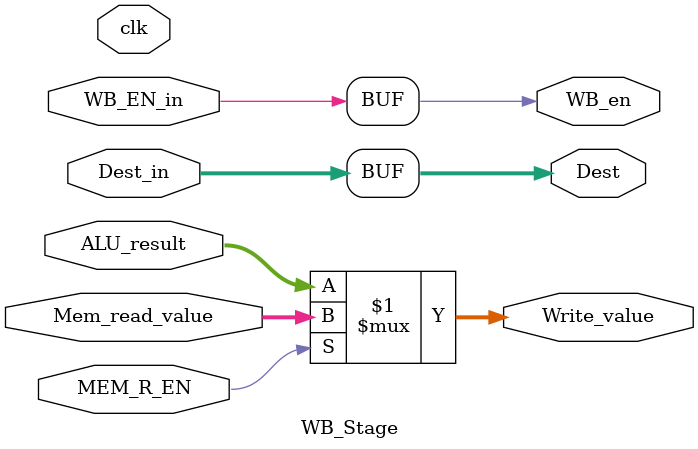
<source format=v>
module WB_Stage(
    input clk,

    input WB_EN_in,
    input MEM_R_EN,
    input [31:0] ALU_result,
    input [31:0] Mem_read_value,
    input [4:0] Dest_in,
    
    output WB_en,
    output [31:0] Write_value,
    output [4:0] Dest
);
    assign Write_value = (MEM_R_EN) ? Mem_read_value : ALU_result; 
    assign Dest = Dest_in;
    assign WB_en = WB_EN_in;
endmodule

</source>
